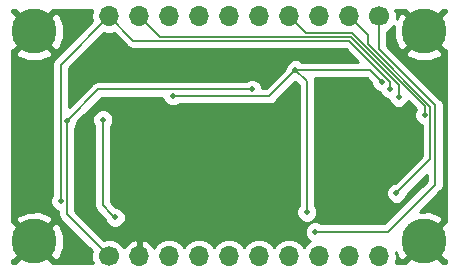
<source format=gbl>
G04 #@! TF.GenerationSoftware,KiCad,Pcbnew,(5.0.1-3-g963ef8bb5)*
G04 #@! TF.CreationDate,2018-11-24T11:15:19+01:00*
G04 #@! TF.ProjectId,FT232H,4654323332482E6B696361645F706362,rev?*
G04 #@! TF.SameCoordinates,Original*
G04 #@! TF.FileFunction,Copper,L2,Bot,Signal*
G04 #@! TF.FilePolarity,Positive*
%FSLAX46Y46*%
G04 Gerber Fmt 4.6, Leading zero omitted, Abs format (unit mm)*
G04 Created by KiCad (PCBNEW (5.0.1-3-g963ef8bb5)) date Saturday, 24 November 2018 at 11:15:19*
%MOMM*%
%LPD*%
G01*
G04 APERTURE LIST*
G04 #@! TA.AperFunction,ComponentPad*
%ADD10C,3.800000*%
G04 #@! TD*
G04 #@! TA.AperFunction,ComponentPad*
%ADD11C,1.700000*%
G04 #@! TD*
G04 #@! TA.AperFunction,ComponentPad*
%ADD12O,1.700000X1.700000*%
G04 #@! TD*
G04 #@! TA.AperFunction,ViaPad*
%ADD13C,0.508000*%
G04 #@! TD*
G04 #@! TA.AperFunction,Conductor*
%ADD14C,0.152400*%
G04 #@! TD*
G04 #@! TA.AperFunction,Conductor*
%ADD15C,0.254000*%
G04 #@! TD*
G04 APERTURE END LIST*
D10*
G04 #@! TO.P,REF\002A\002A,1*
G04 #@! TO.N,GND*
X154940000Y-83820000D03*
G04 #@! TD*
G04 #@! TO.P,REF\002A\002A,1*
G04 #@! TO.N,GND*
X154940000Y-66040000D03*
G04 #@! TD*
G04 #@! TO.P,REF\002A\002A,1*
G04 #@! TO.N,GND*
X187960000Y-83820000D03*
G04 #@! TD*
G04 #@! TO.P,REF\002A\002A,1*
G04 #@! TO.N,GND*
X187960000Y-66040000D03*
G04 #@! TD*
D11*
G04 #@! TO.P,J2,1*
G04 #@! TO.N,+5V*
X161290000Y-85090000D03*
D12*
G04 #@! TO.P,J2,2*
G04 #@! TO.N,GND*
X163830000Y-85090000D03*
G04 #@! TO.P,J2,3*
G04 #@! TO.N,Net-(J2-Pad3)*
X166370000Y-85090000D03*
G04 #@! TO.P,J2,4*
G04 #@! TO.N,Net-(J2-Pad4)*
X168910000Y-85090000D03*
G04 #@! TO.P,J2,5*
G04 #@! TO.N,Net-(J2-Pad5)*
X171450000Y-85090000D03*
G04 #@! TO.P,J2,6*
G04 #@! TO.N,Net-(J2-Pad6)*
X173990000Y-85090000D03*
G04 #@! TO.P,J2,7*
G04 #@! TO.N,Net-(J2-Pad7)*
X176530000Y-85090000D03*
G04 #@! TO.P,J2,8*
G04 #@! TO.N,Net-(J2-Pad8)*
X179070000Y-85090000D03*
G04 #@! TO.P,J2,9*
G04 #@! TO.N,Net-(J2-Pad9)*
X181610000Y-85090000D03*
G04 #@! TO.P,J2,10*
G04 #@! TO.N,Net-(J2-Pad10)*
X184150000Y-85090000D03*
G04 #@! TD*
G04 #@! TO.P,J3,10*
G04 #@! TO.N,Net-(D1-Pad1)*
X161290000Y-64770000D03*
G04 #@! TO.P,J3,9*
G04 #@! TO.N,Net-(D2-Pad1)*
X163830000Y-64770000D03*
G04 #@! TO.P,J3,8*
G04 #@! TO.N,Net-(J3-Pad8)*
X166370000Y-64770000D03*
G04 #@! TO.P,J3,7*
G04 #@! TO.N,Net-(J3-Pad7)*
X168910000Y-64770000D03*
G04 #@! TO.P,J3,6*
G04 #@! TO.N,Net-(J3-Pad6)*
X171450000Y-64770000D03*
G04 #@! TO.P,J3,5*
G04 #@! TO.N,Net-(J3-Pad5)*
X173990000Y-64770000D03*
G04 #@! TO.P,J3,4*
G04 #@! TO.N,Net-(J3-Pad4)*
X176530000Y-64770000D03*
G04 #@! TO.P,J3,3*
G04 #@! TO.N,Net-(J3-Pad3)*
X179070000Y-64770000D03*
G04 #@! TO.P,J3,2*
G04 #@! TO.N,Net-(J3-Pad2)*
X181610000Y-64770000D03*
D11*
G04 #@! TO.P,J3,1*
G04 #@! TO.N,Net-(J3-Pad1)*
X184150000Y-64770000D03*
G04 #@! TD*
D13*
G04 #@! TO.N,+5V*
X157700004Y-73630000D03*
X173382610Y-70950004D03*
G04 #@! TO.N,GND*
X172500000Y-77000000D03*
X161200000Y-70000000D03*
X170400000Y-68900000D03*
X185500000Y-72750000D03*
X184075000Y-81325000D03*
X156141600Y-72467500D03*
X156141600Y-77392500D03*
X156200000Y-79000000D03*
X156200000Y-70800000D03*
X183200000Y-71000000D03*
X163100000Y-74500000D03*
X161798009Y-79247991D03*
X174500000Y-75000000D03*
X174500000Y-79000000D03*
X170500000Y-75000000D03*
X170500000Y-79000000D03*
G04 #@! TO.N,+3V3*
X177075000Y-69300000D03*
X161798000Y-81788000D03*
X178050000Y-81350000D03*
X160750000Y-73500000D03*
X184399996Y-70300000D03*
X166700000Y-71500004D03*
G04 #@! TO.N,Net-(D1-Pad1)*
X157200000Y-80400000D03*
X185100000Y-70899988D03*
G04 #@! TO.N,Net-(D2-Pad1)*
X185800000Y-71600000D03*
G04 #@! TO.N,Net-(J3-Pad4)*
X188012579Y-73100006D03*
G04 #@! TO.N,Net-(J3-Pad2)*
X185625000Y-79750000D03*
G04 #@! TO.N,Net-(J3-Pad1)*
X178750000Y-83000000D03*
G04 #@! TD*
D14*
G04 #@! TO.N,+5V*
X157700004Y-81500004D02*
X157700004Y-73989210D01*
X161290000Y-85090000D02*
X157700004Y-81500004D01*
X157700004Y-73989210D02*
X157700004Y-73630000D01*
X173023400Y-70950004D02*
X173382610Y-70950004D01*
X157700004Y-73630000D02*
X160380000Y-70950004D01*
X160380000Y-70950004D02*
X173023400Y-70950004D01*
G04 #@! TO.N,+3V3*
X178050000Y-81350000D02*
X178000000Y-81300000D01*
X184399996Y-70299996D02*
X184399996Y-70300000D01*
X183400000Y-69300000D02*
X184399996Y-70299996D01*
X177075000Y-69300000D02*
X183400000Y-69300000D01*
X178050000Y-70275000D02*
X177075000Y-69300000D01*
X178050000Y-81350000D02*
X178050000Y-70275000D01*
X177075000Y-69300000D02*
X174874996Y-71500004D01*
X167059210Y-71500004D02*
X166700000Y-71500004D01*
X174874996Y-71500004D02*
X167059210Y-71500004D01*
X160750000Y-73500000D02*
X160750000Y-80740000D01*
X161567399Y-81557399D02*
X161798000Y-81788000D01*
X160750000Y-80740000D02*
X161567399Y-81557399D01*
G04 #@! TO.N,Net-(D1-Pad1)*
X161290000Y-64770000D02*
X157200000Y-68860000D01*
X157200000Y-68860000D02*
X157200000Y-80040790D01*
X157200000Y-80040790D02*
X157200000Y-80400000D01*
X163329622Y-66809622D02*
X181616424Y-66809622D01*
X185100000Y-70293198D02*
X185100000Y-70540778D01*
X161290000Y-64770000D02*
X163329622Y-66809622D01*
X185100000Y-70540778D02*
X185100000Y-70899988D01*
X181616424Y-66809622D02*
X185100000Y-70293198D01*
G04 #@! TO.N,Net-(D2-Pad1)*
X165564811Y-66504811D02*
X181742679Y-66504811D01*
X163830000Y-64770000D02*
X165564811Y-66504811D01*
X181742679Y-66504811D02*
X185800000Y-70562132D01*
X185800000Y-71240790D02*
X185800000Y-71600000D01*
X185800000Y-70562132D02*
X185800000Y-71240790D01*
G04 #@! TO.N,Net-(J3-Pad4)*
X181868934Y-66200000D02*
X188012579Y-72343645D01*
X188012579Y-72343645D02*
X188012579Y-72740796D01*
X188012579Y-72740796D02*
X188012579Y-73100006D01*
X176530000Y-64770000D02*
X177960000Y-66200000D01*
X177960000Y-66200000D02*
X181868934Y-66200000D01*
G04 #@! TO.N,Net-(J3-Pad2)*
X185878999Y-79496001D02*
X185625000Y-79750000D01*
X188495189Y-72395189D02*
X188495189Y-76879811D01*
X188495189Y-76879811D02*
X185878999Y-79496001D01*
X183200000Y-67100000D02*
X188495189Y-72395189D01*
X183200000Y-66360000D02*
X183200000Y-67100000D01*
X181610000Y-64770000D02*
X183200000Y-66360000D01*
G04 #@! TO.N,Net-(J3-Pad1)*
X179109210Y-83000000D02*
X178750000Y-83000000D01*
X184900000Y-83000000D02*
X179109210Y-83000000D01*
X188900000Y-72300000D02*
X188900000Y-79000000D01*
X188900000Y-79000000D02*
X184900000Y-83000000D01*
X184150000Y-67550000D02*
X188900000Y-72300000D01*
X184150000Y-64770000D02*
X184150000Y-67550000D01*
G04 #@! TD*
D15*
G04 #@! TO.N,GND*
G36*
X186336775Y-64237170D02*
X187960000Y-65860395D01*
X189583225Y-64237170D01*
X189567498Y-64210000D01*
X189790000Y-64210000D01*
X189790000Y-64432502D01*
X189762830Y-64416775D01*
X188139605Y-66040000D01*
X189762830Y-67663225D01*
X189790000Y-67647498D01*
X189790001Y-82212503D01*
X189762830Y-82196775D01*
X188139605Y-83820000D01*
X189762830Y-85443225D01*
X189790001Y-85427497D01*
X189790001Y-85650000D01*
X189567498Y-85650000D01*
X189583225Y-85622830D01*
X187960000Y-83999605D01*
X186336775Y-85622830D01*
X186352502Y-85650000D01*
X185552701Y-85650000D01*
X185664092Y-85090000D01*
X185596804Y-84751719D01*
X185796839Y-85234647D01*
X186157170Y-85443225D01*
X187780395Y-83820000D01*
X187766253Y-83805858D01*
X187945858Y-83626253D01*
X187960000Y-83640395D01*
X189583225Y-82017170D01*
X189374647Y-81656839D01*
X188439157Y-81280138D01*
X187617527Y-81288261D01*
X189353367Y-79552422D01*
X189412746Y-79512746D01*
X189452422Y-79453367D01*
X189452424Y-79453365D01*
X189569935Y-79277498D01*
X189569935Y-79277497D01*
X189569936Y-79277496D01*
X189611200Y-79070046D01*
X189611200Y-79070043D01*
X189625132Y-79000001D01*
X189611200Y-78929959D01*
X189611200Y-72370041D01*
X189625132Y-72299999D01*
X189611200Y-72229955D01*
X189611200Y-72229954D01*
X189569936Y-72022504D01*
X189557293Y-72003582D01*
X189452424Y-71846635D01*
X189452420Y-71846631D01*
X189412745Y-71787254D01*
X189353369Y-71747580D01*
X185448619Y-67842830D01*
X186336775Y-67842830D01*
X186545353Y-68203161D01*
X187480843Y-68579862D01*
X188489279Y-68569892D01*
X189374647Y-68203161D01*
X189583225Y-67842830D01*
X187960000Y-66219605D01*
X186336775Y-67842830D01*
X185448619Y-67842830D01*
X184861200Y-67255412D01*
X184861200Y-66082764D01*
X184991185Y-66028922D01*
X185408922Y-65611185D01*
X185420363Y-65583565D01*
X185430108Y-66569279D01*
X185796839Y-67454647D01*
X186157170Y-67663225D01*
X187780395Y-66040000D01*
X186157170Y-64416775D01*
X185796839Y-64625353D01*
X185635000Y-65027260D01*
X185635000Y-64474615D01*
X185525393Y-64210000D01*
X186352502Y-64210000D01*
X186336775Y-64237170D01*
X186336775Y-64237170D01*
G37*
X186336775Y-64237170D02*
X187960000Y-65860395D01*
X189583225Y-64237170D01*
X189567498Y-64210000D01*
X189790000Y-64210000D01*
X189790000Y-64432502D01*
X189762830Y-64416775D01*
X188139605Y-66040000D01*
X189762830Y-67663225D01*
X189790000Y-67647498D01*
X189790001Y-82212503D01*
X189762830Y-82196775D01*
X188139605Y-83820000D01*
X189762830Y-85443225D01*
X189790001Y-85427497D01*
X189790001Y-85650000D01*
X189567498Y-85650000D01*
X189583225Y-85622830D01*
X187960000Y-83999605D01*
X186336775Y-85622830D01*
X186352502Y-85650000D01*
X185552701Y-85650000D01*
X185664092Y-85090000D01*
X185596804Y-84751719D01*
X185796839Y-85234647D01*
X186157170Y-85443225D01*
X187780395Y-83820000D01*
X187766253Y-83805858D01*
X187945858Y-83626253D01*
X187960000Y-83640395D01*
X189583225Y-82017170D01*
X189374647Y-81656839D01*
X188439157Y-81280138D01*
X187617527Y-81288261D01*
X189353367Y-79552422D01*
X189412746Y-79512746D01*
X189452422Y-79453367D01*
X189452424Y-79453365D01*
X189569935Y-79277498D01*
X189569935Y-79277497D01*
X189569936Y-79277496D01*
X189611200Y-79070046D01*
X189611200Y-79070043D01*
X189625132Y-79000001D01*
X189611200Y-78929959D01*
X189611200Y-72370041D01*
X189625132Y-72299999D01*
X189611200Y-72229955D01*
X189611200Y-72229954D01*
X189569936Y-72022504D01*
X189557293Y-72003582D01*
X189452424Y-71846635D01*
X189452420Y-71846631D01*
X189412745Y-71787254D01*
X189353369Y-71747580D01*
X185448619Y-67842830D01*
X186336775Y-67842830D01*
X186545353Y-68203161D01*
X187480843Y-68579862D01*
X188489279Y-68569892D01*
X189374647Y-68203161D01*
X189583225Y-67842830D01*
X187960000Y-66219605D01*
X186336775Y-67842830D01*
X185448619Y-67842830D01*
X184861200Y-67255412D01*
X184861200Y-66082764D01*
X184991185Y-66028922D01*
X185408922Y-65611185D01*
X185420363Y-65583565D01*
X185430108Y-66569279D01*
X185796839Y-67454647D01*
X186157170Y-67663225D01*
X187780395Y-66040000D01*
X186157170Y-64416775D01*
X185796839Y-64625353D01*
X185635000Y-65027260D01*
X185635000Y-64474615D01*
X185525393Y-64210000D01*
X186352502Y-64210000D01*
X186336775Y-64237170D01*
G36*
X153316775Y-64237170D02*
X154940000Y-65860395D01*
X156563225Y-64237170D01*
X156547498Y-64210000D01*
X159887299Y-64210000D01*
X159775908Y-64770000D01*
X159860241Y-65193971D01*
X156746634Y-68307578D01*
X156687254Y-68347255D01*
X156647578Y-68406634D01*
X156647576Y-68406636D01*
X156570267Y-68522337D01*
X156530064Y-68582505D01*
X156488800Y-68789955D01*
X156488800Y-68789959D01*
X156474868Y-68860000D01*
X156488800Y-68930041D01*
X156488801Y-79853963D01*
X156446342Y-79896422D01*
X156311000Y-80223167D01*
X156311000Y-80576833D01*
X156446342Y-80903578D01*
X156696422Y-81153658D01*
X156988804Y-81274766D01*
X156988804Y-81429963D01*
X156974872Y-81500004D01*
X156988804Y-81570045D01*
X156988804Y-81570049D01*
X157030068Y-81777499D01*
X157030069Y-81777500D01*
X157147580Y-81953368D01*
X157147582Y-81953370D01*
X157187258Y-82012749D01*
X157246638Y-82052426D01*
X159858842Y-84664630D01*
X159805000Y-84794615D01*
X159805000Y-85385385D01*
X159914607Y-85650000D01*
X156547498Y-85650000D01*
X156563225Y-85622830D01*
X154940000Y-83999605D01*
X153316775Y-85622830D01*
X153332502Y-85650000D01*
X153110000Y-85650000D01*
X153110000Y-85427498D01*
X153137170Y-85443225D01*
X154760395Y-83820000D01*
X155119605Y-83820000D01*
X156742830Y-85443225D01*
X157103161Y-85234647D01*
X157479862Y-84299157D01*
X157469892Y-83290721D01*
X157103161Y-82405353D01*
X156742830Y-82196775D01*
X155119605Y-83820000D01*
X154760395Y-83820000D01*
X153137170Y-82196775D01*
X153110000Y-82212502D01*
X153110000Y-82017170D01*
X153316775Y-82017170D01*
X154940000Y-83640395D01*
X156563225Y-82017170D01*
X156354647Y-81656839D01*
X155419157Y-81280138D01*
X154410721Y-81290108D01*
X153525353Y-81656839D01*
X153316775Y-82017170D01*
X153110000Y-82017170D01*
X153110000Y-67842830D01*
X153316775Y-67842830D01*
X153525353Y-68203161D01*
X154460843Y-68579862D01*
X155469279Y-68569892D01*
X156354647Y-68203161D01*
X156563225Y-67842830D01*
X154940000Y-66219605D01*
X153316775Y-67842830D01*
X153110000Y-67842830D01*
X153110000Y-67647498D01*
X153137170Y-67663225D01*
X154760395Y-66040000D01*
X155119605Y-66040000D01*
X156742830Y-67663225D01*
X157103161Y-67454647D01*
X157479862Y-66519157D01*
X157469892Y-65510721D01*
X157103161Y-64625353D01*
X156742830Y-64416775D01*
X155119605Y-66040000D01*
X154760395Y-66040000D01*
X153137170Y-64416775D01*
X153110000Y-64432502D01*
X153110000Y-64210000D01*
X153332502Y-64210000D01*
X153316775Y-64237170D01*
X153316775Y-64237170D01*
G37*
X153316775Y-64237170D02*
X154940000Y-65860395D01*
X156563225Y-64237170D01*
X156547498Y-64210000D01*
X159887299Y-64210000D01*
X159775908Y-64770000D01*
X159860241Y-65193971D01*
X156746634Y-68307578D01*
X156687254Y-68347255D01*
X156647578Y-68406634D01*
X156647576Y-68406636D01*
X156570267Y-68522337D01*
X156530064Y-68582505D01*
X156488800Y-68789955D01*
X156488800Y-68789959D01*
X156474868Y-68860000D01*
X156488800Y-68930041D01*
X156488801Y-79853963D01*
X156446342Y-79896422D01*
X156311000Y-80223167D01*
X156311000Y-80576833D01*
X156446342Y-80903578D01*
X156696422Y-81153658D01*
X156988804Y-81274766D01*
X156988804Y-81429963D01*
X156974872Y-81500004D01*
X156988804Y-81570045D01*
X156988804Y-81570049D01*
X157030068Y-81777499D01*
X157030069Y-81777500D01*
X157147580Y-81953368D01*
X157147582Y-81953370D01*
X157187258Y-82012749D01*
X157246638Y-82052426D01*
X159858842Y-84664630D01*
X159805000Y-84794615D01*
X159805000Y-85385385D01*
X159914607Y-85650000D01*
X156547498Y-85650000D01*
X156563225Y-85622830D01*
X154940000Y-83999605D01*
X153316775Y-85622830D01*
X153332502Y-85650000D01*
X153110000Y-85650000D01*
X153110000Y-85427498D01*
X153137170Y-85443225D01*
X154760395Y-83820000D01*
X155119605Y-83820000D01*
X156742830Y-85443225D01*
X157103161Y-85234647D01*
X157479862Y-84299157D01*
X157469892Y-83290721D01*
X157103161Y-82405353D01*
X156742830Y-82196775D01*
X155119605Y-83820000D01*
X154760395Y-83820000D01*
X153137170Y-82196775D01*
X153110000Y-82212502D01*
X153110000Y-82017170D01*
X153316775Y-82017170D01*
X154940000Y-83640395D01*
X156563225Y-82017170D01*
X156354647Y-81656839D01*
X155419157Y-81280138D01*
X154410721Y-81290108D01*
X153525353Y-81656839D01*
X153316775Y-82017170D01*
X153110000Y-82017170D01*
X153110000Y-67842830D01*
X153316775Y-67842830D01*
X153525353Y-68203161D01*
X154460843Y-68579862D01*
X155469279Y-68569892D01*
X156354647Y-68203161D01*
X156563225Y-67842830D01*
X154940000Y-66219605D01*
X153316775Y-67842830D01*
X153110000Y-67842830D01*
X153110000Y-67647498D01*
X153137170Y-67663225D01*
X154760395Y-66040000D01*
X155119605Y-66040000D01*
X156742830Y-67663225D01*
X157103161Y-67454647D01*
X157479862Y-66519157D01*
X157469892Y-65510721D01*
X157103161Y-64625353D01*
X156742830Y-64416775D01*
X155119605Y-66040000D01*
X154760395Y-66040000D01*
X153137170Y-64416775D01*
X153110000Y-64432502D01*
X153110000Y-64210000D01*
X153332502Y-64210000D01*
X153316775Y-64237170D01*
G36*
X183510996Y-70416785D02*
X183510996Y-70476833D01*
X183646338Y-70803578D01*
X183896418Y-71053658D01*
X184223163Y-71189000D01*
X184257466Y-71189000D01*
X184346342Y-71403566D01*
X184596422Y-71653646D01*
X184914558Y-71785422D01*
X185046342Y-72103578D01*
X185296422Y-72353658D01*
X185623167Y-72489000D01*
X185976833Y-72489000D01*
X186303578Y-72353658D01*
X186553658Y-72103578D01*
X186616063Y-71952918D01*
X187259247Y-72596102D01*
X187258921Y-72596428D01*
X187123579Y-72923173D01*
X187123579Y-73276839D01*
X187258921Y-73603584D01*
X187509001Y-73853664D01*
X187783989Y-73967568D01*
X187783990Y-76585221D01*
X185508212Y-78861000D01*
X185448167Y-78861000D01*
X185121422Y-78996342D01*
X184871342Y-79246422D01*
X184736000Y-79573167D01*
X184736000Y-79926833D01*
X184871342Y-80253578D01*
X185121422Y-80503658D01*
X185448167Y-80639000D01*
X185801833Y-80639000D01*
X186128578Y-80503658D01*
X186378658Y-80253578D01*
X186514000Y-79926833D01*
X186514000Y-79866788D01*
X188188801Y-78191988D01*
X188188801Y-78705410D01*
X184605412Y-82288800D01*
X179296036Y-82288800D01*
X179253578Y-82246342D01*
X178926833Y-82111000D01*
X178573167Y-82111000D01*
X178246422Y-82246342D01*
X177996342Y-82496422D01*
X177861000Y-82823167D01*
X177861000Y-83176833D01*
X177996342Y-83503578D01*
X178246422Y-83753658D01*
X178339406Y-83792173D01*
X177999375Y-84019375D01*
X177800000Y-84317761D01*
X177600625Y-84019375D01*
X177109418Y-83691161D01*
X176676256Y-83605000D01*
X176383744Y-83605000D01*
X175950582Y-83691161D01*
X175459375Y-84019375D01*
X175260000Y-84317761D01*
X175060625Y-84019375D01*
X174569418Y-83691161D01*
X174136256Y-83605000D01*
X173843744Y-83605000D01*
X173410582Y-83691161D01*
X172919375Y-84019375D01*
X172720000Y-84317761D01*
X172520625Y-84019375D01*
X172029418Y-83691161D01*
X171596256Y-83605000D01*
X171303744Y-83605000D01*
X170870582Y-83691161D01*
X170379375Y-84019375D01*
X170180000Y-84317761D01*
X169980625Y-84019375D01*
X169489418Y-83691161D01*
X169056256Y-83605000D01*
X168763744Y-83605000D01*
X168330582Y-83691161D01*
X167839375Y-84019375D01*
X167640000Y-84317761D01*
X167440625Y-84019375D01*
X166949418Y-83691161D01*
X166516256Y-83605000D01*
X166223744Y-83605000D01*
X165790582Y-83691161D01*
X165299375Y-84019375D01*
X165086157Y-84338478D01*
X165025183Y-84208642D01*
X164596924Y-83818355D01*
X164186890Y-83648524D01*
X163957000Y-83769845D01*
X163957000Y-84963000D01*
X163977000Y-84963000D01*
X163977000Y-85217000D01*
X163957000Y-85217000D01*
X163957000Y-85237000D01*
X163703000Y-85237000D01*
X163703000Y-85217000D01*
X163683000Y-85217000D01*
X163683000Y-84963000D01*
X163703000Y-84963000D01*
X163703000Y-83769845D01*
X163473110Y-83648524D01*
X163063076Y-83818355D01*
X162634817Y-84208642D01*
X162580335Y-84324653D01*
X162548922Y-84248815D01*
X162131185Y-83831078D01*
X161585385Y-83605000D01*
X160994615Y-83605000D01*
X160864630Y-83658842D01*
X158411204Y-81205416D01*
X158411204Y-74176036D01*
X158453662Y-74133578D01*
X158589004Y-73806833D01*
X158589004Y-73746788D01*
X159012625Y-73323167D01*
X159861000Y-73323167D01*
X159861000Y-73676833D01*
X159996342Y-74003578D01*
X160038800Y-74046036D01*
X160038801Y-80669954D01*
X160024868Y-80740000D01*
X160080065Y-81017496D01*
X160197576Y-81193364D01*
X160197579Y-81193367D01*
X160237255Y-81252746D01*
X160296634Y-81292422D01*
X160909000Y-81904789D01*
X160909000Y-81964833D01*
X161044342Y-82291578D01*
X161294422Y-82541658D01*
X161621167Y-82677000D01*
X161974833Y-82677000D01*
X162301578Y-82541658D01*
X162551658Y-82291578D01*
X162687000Y-81964833D01*
X162687000Y-81611167D01*
X162551658Y-81284422D01*
X162301578Y-81034342D01*
X161974833Y-80899000D01*
X161914789Y-80899000D01*
X161461200Y-80445412D01*
X161461200Y-74046036D01*
X161503658Y-74003578D01*
X161639000Y-73676833D01*
X161639000Y-73323167D01*
X161503658Y-72996422D01*
X161253578Y-72746342D01*
X160926833Y-72611000D01*
X160573167Y-72611000D01*
X160246422Y-72746342D01*
X159996342Y-72996422D01*
X159861000Y-73323167D01*
X159012625Y-73323167D01*
X160674589Y-71661204D01*
X165811000Y-71661204D01*
X165811000Y-71676837D01*
X165946342Y-72003582D01*
X166196422Y-72253662D01*
X166523167Y-72389004D01*
X166876833Y-72389004D01*
X167203578Y-72253662D01*
X167246036Y-72211204D01*
X174804955Y-72211204D01*
X174874996Y-72225136D01*
X174945037Y-72211204D01*
X174945042Y-72211204D01*
X175152492Y-72169940D01*
X175387742Y-72012750D01*
X175427420Y-71953368D01*
X177075000Y-70305788D01*
X177338801Y-70569590D01*
X177338800Y-80803964D01*
X177296342Y-80846422D01*
X177161000Y-81173167D01*
X177161000Y-81526833D01*
X177296342Y-81853578D01*
X177546422Y-82103658D01*
X177873167Y-82239000D01*
X178226833Y-82239000D01*
X178553578Y-82103658D01*
X178803658Y-81853578D01*
X178939000Y-81526833D01*
X178939000Y-81173167D01*
X178803658Y-80846422D01*
X178761200Y-80803964D01*
X178761200Y-70345041D01*
X178775132Y-70274999D01*
X178761200Y-70204957D01*
X178761200Y-70204954D01*
X178722660Y-70011200D01*
X183105412Y-70011200D01*
X183510996Y-70416785D01*
X183510996Y-70416785D01*
G37*
X183510996Y-70416785D02*
X183510996Y-70476833D01*
X183646338Y-70803578D01*
X183896418Y-71053658D01*
X184223163Y-71189000D01*
X184257466Y-71189000D01*
X184346342Y-71403566D01*
X184596422Y-71653646D01*
X184914558Y-71785422D01*
X185046342Y-72103578D01*
X185296422Y-72353658D01*
X185623167Y-72489000D01*
X185976833Y-72489000D01*
X186303578Y-72353658D01*
X186553658Y-72103578D01*
X186616063Y-71952918D01*
X187259247Y-72596102D01*
X187258921Y-72596428D01*
X187123579Y-72923173D01*
X187123579Y-73276839D01*
X187258921Y-73603584D01*
X187509001Y-73853664D01*
X187783989Y-73967568D01*
X187783990Y-76585221D01*
X185508212Y-78861000D01*
X185448167Y-78861000D01*
X185121422Y-78996342D01*
X184871342Y-79246422D01*
X184736000Y-79573167D01*
X184736000Y-79926833D01*
X184871342Y-80253578D01*
X185121422Y-80503658D01*
X185448167Y-80639000D01*
X185801833Y-80639000D01*
X186128578Y-80503658D01*
X186378658Y-80253578D01*
X186514000Y-79926833D01*
X186514000Y-79866788D01*
X188188801Y-78191988D01*
X188188801Y-78705410D01*
X184605412Y-82288800D01*
X179296036Y-82288800D01*
X179253578Y-82246342D01*
X178926833Y-82111000D01*
X178573167Y-82111000D01*
X178246422Y-82246342D01*
X177996342Y-82496422D01*
X177861000Y-82823167D01*
X177861000Y-83176833D01*
X177996342Y-83503578D01*
X178246422Y-83753658D01*
X178339406Y-83792173D01*
X177999375Y-84019375D01*
X177800000Y-84317761D01*
X177600625Y-84019375D01*
X177109418Y-83691161D01*
X176676256Y-83605000D01*
X176383744Y-83605000D01*
X175950582Y-83691161D01*
X175459375Y-84019375D01*
X175260000Y-84317761D01*
X175060625Y-84019375D01*
X174569418Y-83691161D01*
X174136256Y-83605000D01*
X173843744Y-83605000D01*
X173410582Y-83691161D01*
X172919375Y-84019375D01*
X172720000Y-84317761D01*
X172520625Y-84019375D01*
X172029418Y-83691161D01*
X171596256Y-83605000D01*
X171303744Y-83605000D01*
X170870582Y-83691161D01*
X170379375Y-84019375D01*
X170180000Y-84317761D01*
X169980625Y-84019375D01*
X169489418Y-83691161D01*
X169056256Y-83605000D01*
X168763744Y-83605000D01*
X168330582Y-83691161D01*
X167839375Y-84019375D01*
X167640000Y-84317761D01*
X167440625Y-84019375D01*
X166949418Y-83691161D01*
X166516256Y-83605000D01*
X166223744Y-83605000D01*
X165790582Y-83691161D01*
X165299375Y-84019375D01*
X165086157Y-84338478D01*
X165025183Y-84208642D01*
X164596924Y-83818355D01*
X164186890Y-83648524D01*
X163957000Y-83769845D01*
X163957000Y-84963000D01*
X163977000Y-84963000D01*
X163977000Y-85217000D01*
X163957000Y-85217000D01*
X163957000Y-85237000D01*
X163703000Y-85237000D01*
X163703000Y-85217000D01*
X163683000Y-85217000D01*
X163683000Y-84963000D01*
X163703000Y-84963000D01*
X163703000Y-83769845D01*
X163473110Y-83648524D01*
X163063076Y-83818355D01*
X162634817Y-84208642D01*
X162580335Y-84324653D01*
X162548922Y-84248815D01*
X162131185Y-83831078D01*
X161585385Y-83605000D01*
X160994615Y-83605000D01*
X160864630Y-83658842D01*
X158411204Y-81205416D01*
X158411204Y-74176036D01*
X158453662Y-74133578D01*
X158589004Y-73806833D01*
X158589004Y-73746788D01*
X159012625Y-73323167D01*
X159861000Y-73323167D01*
X159861000Y-73676833D01*
X159996342Y-74003578D01*
X160038800Y-74046036D01*
X160038801Y-80669954D01*
X160024868Y-80740000D01*
X160080065Y-81017496D01*
X160197576Y-81193364D01*
X160197579Y-81193367D01*
X160237255Y-81252746D01*
X160296634Y-81292422D01*
X160909000Y-81904789D01*
X160909000Y-81964833D01*
X161044342Y-82291578D01*
X161294422Y-82541658D01*
X161621167Y-82677000D01*
X161974833Y-82677000D01*
X162301578Y-82541658D01*
X162551658Y-82291578D01*
X162687000Y-81964833D01*
X162687000Y-81611167D01*
X162551658Y-81284422D01*
X162301578Y-81034342D01*
X161974833Y-80899000D01*
X161914789Y-80899000D01*
X161461200Y-80445412D01*
X161461200Y-74046036D01*
X161503658Y-74003578D01*
X161639000Y-73676833D01*
X161639000Y-73323167D01*
X161503658Y-72996422D01*
X161253578Y-72746342D01*
X160926833Y-72611000D01*
X160573167Y-72611000D01*
X160246422Y-72746342D01*
X159996342Y-72996422D01*
X159861000Y-73323167D01*
X159012625Y-73323167D01*
X160674589Y-71661204D01*
X165811000Y-71661204D01*
X165811000Y-71676837D01*
X165946342Y-72003582D01*
X166196422Y-72253662D01*
X166523167Y-72389004D01*
X166876833Y-72389004D01*
X167203578Y-72253662D01*
X167246036Y-72211204D01*
X174804955Y-72211204D01*
X174874996Y-72225136D01*
X174945037Y-72211204D01*
X174945042Y-72211204D01*
X175152492Y-72169940D01*
X175387742Y-72012750D01*
X175427420Y-71953368D01*
X177075000Y-70305788D01*
X177338801Y-70569590D01*
X177338800Y-80803964D01*
X177296342Y-80846422D01*
X177161000Y-81173167D01*
X177161000Y-81526833D01*
X177296342Y-81853578D01*
X177546422Y-82103658D01*
X177873167Y-82239000D01*
X178226833Y-82239000D01*
X178553578Y-82103658D01*
X178803658Y-81853578D01*
X178939000Y-81526833D01*
X178939000Y-81173167D01*
X178803658Y-80846422D01*
X178761200Y-80803964D01*
X178761200Y-70345041D01*
X178775132Y-70274999D01*
X178761200Y-70204957D01*
X178761200Y-70204954D01*
X178722660Y-70011200D01*
X183105412Y-70011200D01*
X183510996Y-70416785D01*
G36*
X162777200Y-67262989D02*
X162816876Y-67322368D01*
X162876255Y-67362044D01*
X162876257Y-67362046D01*
X163052124Y-67479557D01*
X163052125Y-67479557D01*
X163052126Y-67479558D01*
X163259576Y-67520822D01*
X163259579Y-67520822D01*
X163329621Y-67534754D01*
X163399663Y-67520822D01*
X181321836Y-67520822D01*
X182389814Y-68588800D01*
X177621036Y-68588800D01*
X177578578Y-68546342D01*
X177251833Y-68411000D01*
X176898167Y-68411000D01*
X176571422Y-68546342D01*
X176321342Y-68796422D01*
X176186000Y-69123167D01*
X176186000Y-69183212D01*
X174580408Y-70788804D01*
X174271610Y-70788804D01*
X174271610Y-70773171D01*
X174136268Y-70446426D01*
X173886188Y-70196346D01*
X173559443Y-70061004D01*
X173205777Y-70061004D01*
X172879032Y-70196346D01*
X172836574Y-70238804D01*
X160450042Y-70238804D01*
X160380000Y-70224872D01*
X160309958Y-70238804D01*
X160309954Y-70238804D01*
X160102504Y-70280068D01*
X160072680Y-70299996D01*
X159926635Y-70397580D01*
X159926633Y-70397582D01*
X159867254Y-70437258D01*
X159827578Y-70496637D01*
X157911200Y-72413016D01*
X157911200Y-69154588D01*
X160866029Y-66199759D01*
X161143744Y-66255000D01*
X161436256Y-66255000D01*
X161713971Y-66199759D01*
X162777200Y-67262989D01*
X162777200Y-67262989D01*
G37*
X162777200Y-67262989D02*
X162816876Y-67322368D01*
X162876255Y-67362044D01*
X162876257Y-67362046D01*
X163052124Y-67479557D01*
X163052125Y-67479557D01*
X163052126Y-67479558D01*
X163259576Y-67520822D01*
X163259579Y-67520822D01*
X163329621Y-67534754D01*
X163399663Y-67520822D01*
X181321836Y-67520822D01*
X182389814Y-68588800D01*
X177621036Y-68588800D01*
X177578578Y-68546342D01*
X177251833Y-68411000D01*
X176898167Y-68411000D01*
X176571422Y-68546342D01*
X176321342Y-68796422D01*
X176186000Y-69123167D01*
X176186000Y-69183212D01*
X174580408Y-70788804D01*
X174271610Y-70788804D01*
X174271610Y-70773171D01*
X174136268Y-70446426D01*
X173886188Y-70196346D01*
X173559443Y-70061004D01*
X173205777Y-70061004D01*
X172879032Y-70196346D01*
X172836574Y-70238804D01*
X160450042Y-70238804D01*
X160380000Y-70224872D01*
X160309958Y-70238804D01*
X160309954Y-70238804D01*
X160102504Y-70280068D01*
X160072680Y-70299996D01*
X159926635Y-70397580D01*
X159926633Y-70397582D01*
X159867254Y-70437258D01*
X159827578Y-70496637D01*
X157911200Y-72413016D01*
X157911200Y-69154588D01*
X160866029Y-66199759D01*
X161143744Y-66255000D01*
X161436256Y-66255000D01*
X161713971Y-66199759D01*
X162777200Y-67262989D01*
G04 #@! TD*
M02*

</source>
